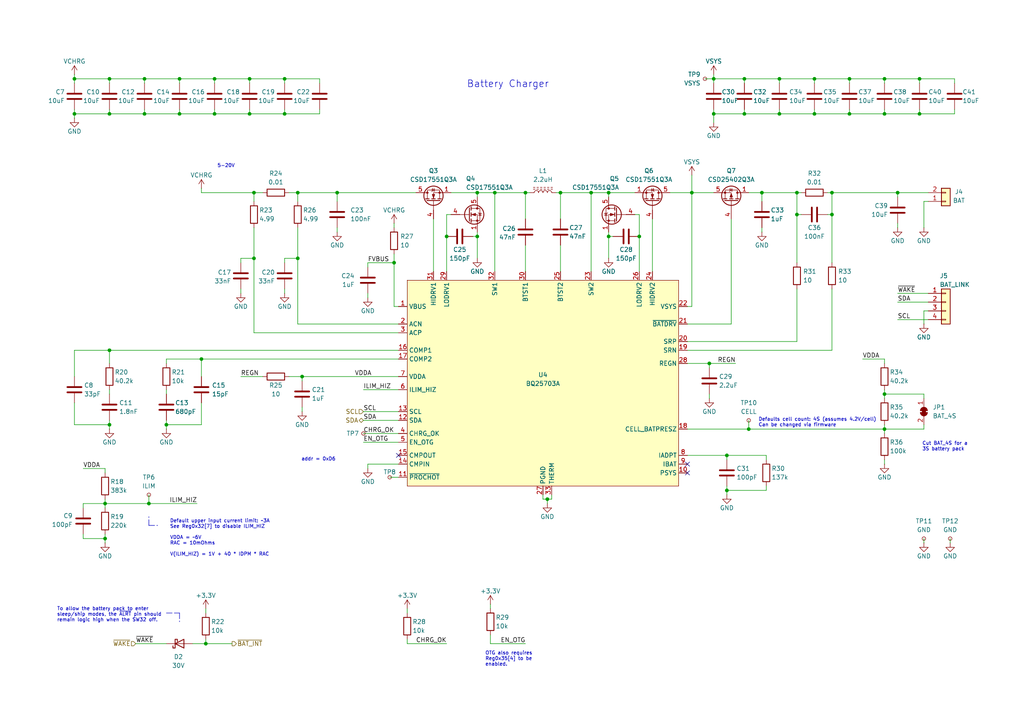
<source format=kicad_sch>
(kicad_sch (version 20231120) (generator "eeschema") (generator_version "8.0")
  (paper "A4")
  (title_block (title "SW32 - Main Board") (date "2024-05-22") (rev "1") (company "saawsm") (comment 2 "BAT_LINK connector for smart BMS") (comment 3 "Configurable via firmware.") (comment 4 "A Li-Ion, Li-Poly, or lead acid battery charger."))
  (junction (at 207.01 22.86))
  (junction (at 82.55 33.02))
  (junction (at 62.23 33.02))
  (junction (at 30.48 156.21))
  (junction (at 217.17 124.46))
  (junction (at 260.35 55.88))
  (junction (at 152.4 55.88))
  (junction (at 226.06 22.86))
  (junction (at 236.22 22.86))
  (junction (at 138.43 68.58))
  (junction (at 129.54 68.58))
  (junction (at 31.75 101.6))
  (junction (at 21.59 22.86))
  (junction (at 231.14 55.88))
  (junction (at 176.53 55.88))
  (junction (at 86.36 74.93))
  (junction (at 256.54 124.46))
  (junction (at 226.06 33.02))
  (junction (at 82.55 22.86))
  (junction (at 266.7 33.02))
  (junction (at 41.91 33.02))
  (junction (at 52.07 33.02))
  (junction (at 59.69 186.69))
  (junction (at 143.51 55.88))
  (junction (at 205.74 105.41))
  (junction (at 241.3 55.88))
  (junction (at 241.3 62.23))
  (junction (at 58.42 104.14))
  (junction (at 256.54 22.86))
  (junction (at 176.53 68.58))
  (junction (at 87.63 109.22))
  (junction (at 200.66 55.88))
  (junction (at 231.14 62.23))
  (junction (at 215.9 33.02))
  (junction (at 215.9 22.86))
  (junction (at 73.66 55.88))
  (junction (at 185.42 68.58))
  (junction (at 30.48 146.05))
  (junction (at 266.7 22.86))
  (junction (at 158.75 144.78))
  (junction (at 43.18 146.05))
  (junction (at 86.36 55.88))
  (junction (at 138.43 55.88))
  (junction (at 31.75 22.86))
  (junction (at 48.26 123.19))
  (junction (at 31.75 123.19))
  (junction (at 246.38 22.86))
  (junction (at 21.59 33.02))
  (junction (at 62.23 22.86))
  (junction (at 210.82 142.24))
  (junction (at 171.45 55.88))
  (junction (at 256.54 33.02))
  (junction (at 97.79 55.88))
  (junction (at 73.66 74.93))
  (junction (at 210.82 132.08))
  (junction (at 246.38 33.02))
  (junction (at 236.22 33.02))
  (junction (at 31.75 33.02))
  (junction (at 207.01 33.02))
  (junction (at 256.54 114.3))
  (junction (at 72.39 22.86))
  (junction (at 220.98 55.88))
  (junction (at 162.56 55.88))
  (junction (at 72.39 33.02))
  (junction (at 114.3 76.2))
  (junction (at 52.07 22.86))
  (junction (at 41.91 22.86))
  (no_connect (at 199.39 137.16))
  (no_connect (at 115.57 132.08))
  (no_connect (at 199.39 134.62))
  (wire (pts (xy 210.82 133.35) (xy 210.82 132.08)))
  (wire (pts (xy 267.97 115.57) (xy 267.97 114.3)))
  (wire (pts (xy 210.82 142.24) (xy 210.82 140.97)))
  (wire (pts (xy 21.59 33.02) (xy 21.59 34.29)))
  (wire (pts (xy 41.91 31.75) (xy 41.91 33.02)))
  (wire (pts (xy 245.11 218.44) (xy 245.11 219.71)))
  (wire (pts (xy 118.11 177.8) (xy 118.11 176.53)))
  (wire (pts (xy 212.09 63.5) (xy 212.09 93.98)))
  (wire (pts (xy 92.71 22.86) (xy 92.71 24.13)))
  (wire (pts (xy 199.39 101.6) (xy 241.3 101.6)))
  (wire (pts (xy 82.55 33.02) (xy 72.39 33.02)))
  (wire (pts (xy 97.79 67.31) (xy 97.79 66.04)))
  (wire (pts (xy 158.75 144.78) (xy 157.48 144.78)))
  (wire (pts (xy 267.97 66.04) (xy 267.97 58.42)))
  (wire (pts (xy 138.43 55.88) (xy 143.51 55.88)))
  (wire (pts (xy 204.47 22.86) (xy 207.01 22.86)))
  (wire (pts (xy 220.98 55.88) (xy 231.14 55.88)))
  (wire (pts (xy 217.17 124.46) (xy 256.54 124.46)))
  (polyline (pts (xy 43.18 152.4) (xy 45.72 152.4)) (stroke (width 0) (type dash)))
  (wire (pts (xy 31.75 101.6) (xy 21.59 101.6)))
  (wire (pts (xy 97.79 55.88) (xy 120.65 55.88)))
  (wire (pts (xy 250.19 104.14) (xy 256.54 104.14)))
  (wire (pts (xy 152.4 71.12) (xy 152.4 78.74)))
  (wire (pts (xy 256.54 219.71) (xy 245.11 219.71)))
  (wire (pts (xy 82.55 76.2) (xy 82.55 74.93)))
  (wire (pts (xy 62.23 22.86) (xy 62.23 24.13)))
  (wire (pts (xy 55.88 186.69) (xy 59.69 186.69)))
  (wire (pts (xy 160.02 144.78) (xy 158.75 144.78)))
  (wire (pts (xy 215.9 22.86) (xy 226.06 22.86)))
  (wire (pts (xy 185.42 68.58) (xy 185.42 62.23)))
  (wire (pts (xy 142.24 176.53) (xy 142.24 175.26)))
  (wire (pts (xy 267.97 90.17) (xy 269.24 90.17)))
  (wire (pts (xy 276.86 31.75) (xy 276.86 33.02)))
  (wire (pts (xy 177.8 68.58) (xy 176.53 68.58)))
  (wire (pts (xy 142.24 186.69) (xy 152.4 186.69)))
  (wire (pts (xy 236.22 24.13) (xy 236.22 22.86)))
  (wire (pts (xy 260.35 92.71) (xy 269.24 92.71)))
  (wire (pts (xy 115.57 96.52) (xy 73.66 96.52)))
  (wire (pts (xy 72.39 22.86) (xy 72.39 24.13)))
  (wire (pts (xy 52.07 22.86) (xy 62.23 22.86)))
  (wire (pts (xy 21.59 22.86) (xy 31.75 22.86)))
  (wire (pts (xy 97.79 55.88) (xy 97.79 58.42)))
  (wire (pts (xy 210.82 143.51) (xy 210.82 142.24)))
  (wire (pts (xy 115.57 125.73) (xy 105.41 125.73)))
  (wire (pts (xy 62.23 22.86) (xy 72.39 22.86)))
  (wire (pts (xy 115.57 93.98) (xy 86.36 93.98)))
  (wire (pts (xy 59.69 176.53) (xy 59.69 177.8)))
  (wire (pts (xy 185.42 78.74) (xy 185.42 68.58)))
  (wire (pts (xy 48.26 105.41) (xy 48.26 104.14)))
  (wire (pts (xy 176.53 67.31) (xy 176.53 68.58)))
  (wire (pts (xy 114.3 76.2) (xy 114.3 88.9)))
  (wire (pts (xy 92.71 31.75) (xy 92.71 33.02)))
  (wire (pts (xy 129.54 62.23) (xy 129.54 68.58)))
  (wire (pts (xy 194.31 55.88) (xy 200.66 55.88)))
  (wire (pts (xy 160.02 143.51) (xy 160.02 144.78)))
  (wire (pts (xy 41.91 22.86) (xy 41.91 24.13)))
  (wire (pts (xy 256.54 124.46) (xy 267.97 124.46)))
  (wire (pts (xy 267.97 58.42) (xy 269.24 58.42)))
  (wire (pts (xy 21.59 33.02) (xy 31.75 33.02)))
  (wire (pts (xy 246.38 33.02) (xy 256.54 33.02)))
  (wire (pts (xy 256.54 114.3) (xy 267.97 114.3)))
  (wire (pts (xy 31.75 101.6) (xy 115.57 101.6)))
  (polyline (pts (xy 52.07 177.8) (xy 52.07 180.34)) (stroke (width 0) (type dash)))
  (wire (pts (xy 152.4 55.88) (xy 153.67 55.88)))
  (wire (pts (xy 86.36 74.93) (xy 86.36 93.98)))
  (wire (pts (xy 267.97 123.19) (xy 267.97 124.46)))
  (wire (pts (xy 207.01 31.75) (xy 207.01 33.02)))
  (wire (pts (xy 226.06 24.13) (xy 226.06 22.86)))
  (wire (pts (xy 31.75 123.19) (xy 21.59 123.19)))
  (wire (pts (xy 217.17 55.88) (xy 220.98 55.88)))
  (wire (pts (xy 222.25 142.24) (xy 210.82 142.24)))
  (wire (pts (xy 231.14 55.88) (xy 232.41 55.88)))
  (wire (pts (xy 240.03 55.88) (xy 241.3 55.88)))
  (wire (pts (xy 162.56 71.12) (xy 162.56 78.74)))
  (wire (pts (xy 157.48 144.78) (xy 157.48 143.51)))
  (wire (pts (xy 215.9 33.02) (xy 226.06 33.02)))
  (wire (pts (xy 82.55 83.82) (xy 82.55 85.09)))
  (wire (pts (xy 129.54 68.58) (xy 129.54 78.74)))
  (wire (pts (xy 58.42 54.61) (xy 58.42 55.88)))
  (wire (pts (xy 87.63 109.22) (xy 115.57 109.22)))
  (wire (pts (xy 266.7 33.02) (xy 276.86 33.02)))
  (wire (pts (xy 210.82 132.08) (xy 222.25 132.08)))
  (wire (pts (xy 82.55 74.93) (xy 86.36 74.93)))
  (wire (pts (xy 31.75 22.86) (xy 31.75 24.13)))
  (wire (pts (xy 48.26 123.19) (xy 58.42 123.19)))
  (wire (pts (xy 39.37 186.69) (xy 48.26 186.69)))
  (wire (pts (xy 69.85 83.82) (xy 69.85 85.09)))
  (wire (pts (xy 30.48 147.32) (xy 30.48 146.05)))
  (wire (pts (xy 62.23 31.75) (xy 62.23 33.02)))
  (wire (pts (xy 58.42 55.88) (xy 73.66 55.88)))
  (wire (pts (xy 231.14 99.06) (xy 199.39 99.06)))
  (wire (pts (xy 30.48 156.21) (xy 30.48 154.94)))
  (wire (pts (xy 114.3 64.77) (xy 114.3 66.04)))
  (wire (pts (xy 200.66 50.8) (xy 200.66 55.88)))
  (wire (pts (xy 241.3 62.23) (xy 241.3 76.2)))
  (wire (pts (xy 226.06 31.75) (xy 226.06 33.02)))
  (wire (pts (xy 226.06 22.86) (xy 236.22 22.86)))
  (wire (pts (xy 105.41 113.03) (xy 115.57 113.03)))
  (wire (pts (xy 48.26 123.19) (xy 48.26 121.92)))
  (wire (pts (xy 31.75 123.19) (xy 31.75 121.92)))
  (wire (pts (xy 246.38 22.86) (xy 256.54 22.86)))
  (wire (pts (xy 48.26 124.46) (xy 48.26 123.19)))
  (wire (pts (xy 137.16 68.58) (xy 138.43 68.58)))
  (wire (pts (xy 24.13 147.32) (xy 24.13 146.05)))
  (wire (pts (xy 82.55 31.75) (xy 82.55 33.02)))
  (wire (pts (xy 31.75 124.46) (xy 31.75 123.19)))
  (wire (pts (xy 72.39 33.02) (xy 62.23 33.02)))
  (wire (pts (xy 21.59 101.6) (xy 21.59 109.22)))
  (wire (pts (xy 256.54 33.02) (xy 266.7 33.02)))
  (wire (pts (xy 106.68 134.62) (xy 106.68 135.89)))
  (wire (pts (xy 138.43 67.31) (xy 138.43 68.58)))
  (wire (pts (xy 256.54 104.14) (xy 256.54 105.41)))
  (wire (pts (xy 220.98 67.31) (xy 220.98 66.04)))
  (wire (pts (xy 205.74 105.41) (xy 213.36 105.41)))
  (wire (pts (xy 143.51 55.88) (xy 152.4 55.88)))
  (wire (pts (xy 21.59 22.86) (xy 21.59 24.13)))
  (wire (pts (xy 199.39 132.08) (xy 210.82 132.08)))
  (wire (pts (xy 48.26 113.03) (xy 48.26 114.3)))
  (wire (pts (xy 260.35 55.88) (xy 260.35 57.15)))
  (wire (pts (xy 86.36 55.88) (xy 86.36 58.42)))
  (wire (pts (xy 24.13 154.94) (xy 24.13 156.21)))
  (wire (pts (xy 276.86 22.86) (xy 276.86 24.13)))
  (wire (pts (xy 236.22 33.02) (xy 246.38 33.02)))
  (wire (pts (xy 231.14 55.88) (xy 231.14 62.23)))
  (wire (pts (xy 200.66 55.88) (xy 207.01 55.88)))
  (wire (pts (xy 73.66 66.04) (xy 73.66 74.93)))
  (wire (pts (xy 189.23 63.5) (xy 189.23 78.74)))
  (wire (pts (xy 185.42 62.23) (xy 184.15 62.23)))
  (wire (pts (xy 217.17 121.92) (xy 217.17 124.46)))
  (wire (pts (xy 176.53 57.15) (xy 176.53 55.88)))
  (wire (pts (xy 260.35 64.77) (xy 260.35 66.04)))
  (wire (pts (xy 256.54 114.3) (xy 256.54 115.57)))
  (wire (pts (xy 138.43 68.58) (xy 138.43 74.93)))
  (wire (pts (xy 176.53 55.88) (xy 184.15 55.88)))
  (wire (pts (xy 256.54 22.86) (xy 266.7 22.86)))
  (wire (pts (xy 256.54 134.62) (xy 256.54 133.35)))
  (wire (pts (xy 86.36 55.88) (xy 97.79 55.88)))
  (wire (pts (xy 30.48 146.05) (xy 43.18 146.05)))
  (wire (pts (xy 31.75 31.75) (xy 31.75 33.02)))
  (wire (pts (xy 231.14 62.23) (xy 231.14 76.2)))
  (wire (pts (xy 200.66 55.88) (xy 200.66 88.9)))
  (wire (pts (xy 256.54 123.19) (xy 256.54 124.46)))
  (wire (pts (xy 52.07 33.02) (xy 62.23 33.02)))
  (wire (pts (xy 226.06 33.02) (xy 236.22 33.02)))
  (wire (pts (xy 256.54 113.03) (xy 256.54 114.3)))
  (wire (pts (xy 142.24 184.15) (xy 142.24 186.69)))
  (wire (pts (xy 266.7 22.86) (xy 276.86 22.86)))
  (wire (pts (xy 220.98 55.88) (xy 220.98 58.42)))
  (wire (pts (xy 52.07 33.02) (xy 41.91 33.02)))
  (wire (pts (xy 267.97 93.98) (xy 267.97 90.17)))
  (wire (pts (xy 83.82 55.88) (xy 86.36 55.88)))
  (wire (pts (xy 152.4 55.88) (xy 152.4 63.5)))
  (wire (pts (xy 171.45 55.88) (xy 171.45 78.74)))
  (wire (pts (xy 143.51 78.74) (xy 143.51 55.88)))
  (wire (pts (xy 161.29 55.88) (xy 162.56 55.88)))
  (wire (pts (xy 212.09 93.98) (xy 199.39 93.98)))
  (wire (pts (xy 41.91 22.86) (xy 52.07 22.86)))
  (wire (pts (xy 222.25 140.97) (xy 222.25 142.24)))
  (wire (pts (xy 21.59 123.19) (xy 21.59 116.84)))
  (wire (pts (xy 158.75 144.78) (xy 158.75 146.05)))
  (wire (pts (xy 48.26 104.14) (xy 58.42 104.14)))
  (wire (pts (xy 256.54 31.75) (xy 256.54 33.02)))
  (wire (pts (xy 59.69 185.42) (xy 59.69 186.69)))
  (wire (pts (xy 236.22 22.86) (xy 246.38 22.86)))
  (wire (pts (xy 92.71 33.02) (xy 82.55 33.02)))
  (wire (pts (xy 106.68 134.62) (xy 115.57 134.62)))
  (wire (pts (xy 266.7 31.75) (xy 266.7 33.02)))
  (wire (pts (xy 30.48 146.05) (xy 30.48 144.78)))
  (wire (pts (xy 43.18 146.05) (xy 57.15 146.05)))
  (wire (pts (xy 43.18 143.51) (xy 43.18 146.05)))
  (wire (pts (xy 231.14 62.23) (xy 232.41 62.23)))
  (wire (pts (xy 199.39 88.9) (xy 200.66 88.9)))
  (wire (pts (xy 260.35 85.09) (xy 269.24 85.09)))
  (wire (pts (xy 83.82 109.22) (xy 87.63 109.22)))
  (wire (pts (xy 105.41 119.38) (xy 115.57 119.38)))
  (wire (pts (xy 205.74 106.68) (xy 205.74 105.41)))
  (wire (pts (xy 31.75 113.03) (xy 31.75 114.3)))
  (wire (pts (xy 207.01 33.02) (xy 215.9 33.02)))
  (wire (pts (xy 266.7 22.86) (xy 266.7 24.13)))
  (wire (pts (xy 82.55 22.86) (xy 92.71 22.86)))
  (wire (pts (xy 82.55 22.86) (xy 82.55 24.13)))
  (wire (pts (xy 58.42 104.14) (xy 115.57 104.14)))
  (wire (pts (xy 256.54 218.44) (xy 256.54 219.71)))
  (wire (pts (xy 275.59 157.48) (xy 275.59 156.21)))
  (wire (pts (xy 215.9 24.13) (xy 215.9 22.86)))
  (wire (pts (xy 114.3 88.9) (xy 115.57 88.9)))
  (wire (pts (xy 171.45 55.88) (xy 176.53 55.88)))
  (wire (pts (xy 86.36 74.93) (xy 86.36 66.04)))
  (wire (pts (xy 162.56 55.88) (xy 162.56 63.5)))
  (wire (pts (xy 69.85 74.93) (xy 73.66 74.93)))
  (wire (pts (xy 260.35 87.63) (xy 269.24 87.63)))
  (wire (pts (xy 241.3 101.6) (xy 241.3 83.82)))
  (wire (pts (xy 246.38 24.13) (xy 246.38 22.86)))
  (wire (pts (xy 118.11 186.69) (xy 129.54 186.69)))
  (polyline (pts (xy 43.18 152.4) (xy 43.18 149.86)) (stroke (width 0) (type dash)))
  (wire (pts (xy 176.53 68.58) (xy 176.53 74.93)))
  (wire (pts (xy 87.63 110.49) (xy 87.63 109.22)))
  (wire (pts (xy 276.86 218.44) (xy 276.86 219.71)))
  (wire (pts (xy 24.13 146.05) (xy 30.48 146.05)))
  (wire (pts (xy 72.39 22.86) (xy 82.55 22.86)))
  (wire (pts (xy 106.68 76.2) (xy 114.3 76.2)))
  (wire (pts (xy 236.22 31.75) (xy 236.22 33.02)))
  (wire (pts (xy 246.38 31.75) (xy 246.38 33.02)))
  (wire (pts (xy 21.59 21.59) (xy 21.59 22.86)))
  (wire (pts (xy 21.59 31.75) (xy 21.59 33.02)))
  (wire (pts (xy 105.41 128.27) (xy 115.57 128.27)))
  (wire (pts (xy 267.97 157.48) (xy 267.97 156.21)))
  (wire (pts (xy 199.39 105.41) (xy 205.74 105.41)))
  (wire (pts (xy 125.73 63.5) (xy 125.73 78.74)))
  (wire (pts (xy 73.66 55.88) (xy 76.2 55.88)))
  (wire (pts (xy 162.56 55.88) (xy 171.45 55.88)))
  (wire (pts (xy 31.75 105.41) (xy 31.75 101.6)))
  (wire (pts (xy 58.42 123.19) (xy 58.42 116.84)))
  (wire (pts (xy 207.01 33.02) (xy 207.01 35.56)))
  (wire (pts (xy 24.13 156.21) (xy 30.48 156.21)))
  (wire (pts (xy 73.66 74.93) (xy 73.66 96.52)))
  (wire (pts (xy 222.25 132.08) (xy 222.25 133.35)))
  (wire (pts (xy 256.54 22.86) (xy 256.54 24.13)))
  (wire (pts (xy 207.01 22.86) (xy 207.01 24.13)))
  (wire (pts (xy 130.81 62.23) (xy 129.54 62.23)))
  (wire (pts (xy 73.66 55.88) (xy 73.66 58.42)))
  (wire (pts (xy 241.3 62.23) (xy 241.3 55.88)))
  (wire (pts (xy 52.07 31.75) (xy 52.07 33.02)))
  (wire (pts (xy 105.41 121.92) (xy 115.57 121.92)))
  (wire (pts (xy 30.48 135.89) (xy 30.48 137.16)))
  (wire (pts (xy 276.86 219.71) (xy 267.97 219.71)))
  (wire (pts (xy 215.9 33.02) (xy 215.9 31.75)))
  (wire (pts (xy 58.42 104.14) (xy 58.42 109.22)))
  (wire (pts (xy 207.01 21.59) (xy 207.01 22.86)))
  (wire (pts (xy 69.85 76.2) (xy 69.85 74.93)))
  (wire (pts (xy 41.91 33.02) (xy 31.75 33.02)))
  (wire (pts (xy 138.43 55.88) (xy 138.43 57.15)))
  (wire (pts (xy 24.13 135.89) (xy 30.48 135.89)))
  (wire (pts (xy 69.85 109.22) (xy 76.2 109.22)))
  (wire (pts (xy 231.14 83.82) (xy 231.14 99.06)))
  (wire (pts (xy 52.07 22.86) (xy 52.07 24.13)))
  (wire (pts (xy 260.35 55.88) (xy 269.24 55.88)))
  (wire (pts (xy 205.74 115.57) (xy 205.74 114.3)))
  (wire (pts (xy 106.68 85.09) (xy 106.68 86.36)))
  (wire (pts (xy 130.81 55.88) (xy 138.43 55.88)))
  (polyline (pts (xy 48.26 177.8) (xy 52.07 177.8)) (stroke (width 0) (type dash)))
  (wire (pts (xy 256.54 124.46) (xy 256.54 125.73)))
  (wire (pts (xy 87.63 119.38) (xy 87.63 118.11)))
  (wire (pts (xy 113.03 138.43) (xy 115.57 138.43)))
  (wire (pts (xy 199.39 124.46) (xy 217.17 124.46)))
  (wire (pts (xy 30.48 157.48) (xy 30.48 156.21)))
  (wire (pts (xy 118.11 185.42) (xy 118.11 186.69)))
  (wire (pts (xy 31.75 22.86) (xy 41.91 22.86)))
  (wire (pts (xy 59.69 186.69) (xy 67.31 186.69)))
  (wire (pts (xy 240.03 62.23) (xy 241.3 62.23)))
  (wire (pts (xy 241.3 55.88) (xy 260.35 55.88)))
  (wire (pts (xy 114.3 73.66) (xy 114.3 76.2)))
  (wire (pts (xy 207.01 22.86) (xy 215.9 22.86)))
  (wire (pts (xy 72.39 31.75) (xy 72.39 33.02)))
  (wire (pts (xy 106.68 76.2) (xy 106.68 77.47)))
  (text "To allow the battery pack to enter \nsleep/ship modes, the ~{ALRT} pin should \nremain logic high when the SW32 off.\n" (at 16.51 178.308 0) (effects (font (size 1 1)) (justify left)))
  (text "addr = 0xD6" (at 87.376 133.858 0) (effects (font (size 1 1)) (justify left bottom)))
  (text "Defaults cell count: 4S (assumes 4.2V/cell)\nCan be changed via firmware" (at 219.964 123.952 0) (effects (font (size 1 1)) (justify left bottom)))
  (text "Cut BAT_4S for a\n3S battery pack" (at 267.462 129.54 0) (effects (font (size 1 1)) (justify left)))
  (text "Default upper input current limit: ~3A\nSee Reg0x32[7] to disable ILIM_HIZ\n\nVDDA = ~6V\nRAC = 10mOhms\n\nV(ILIM_HIZ) = 1V + 40 * IDPM * RAC\n\n" (at 49.276 163.068 0) (effects (font (size 1 1)) (justify left bottom)))
  (text "5-20V\n" (at 62.992 48.768 0) (effects (font (size 1 1)) (justify left bottom)))
  (text "OTG also requires \nReg0x35[4] to be \nenabled." (at 140.716 188.976 0) (effects (font (size 1 1)) (justify left top)))
  (text "Battery Charger" (at 147.32 25.654 0) (effects (font (size 2 2)) (justify bottom)))
  (label "CHRG_OK" (at 105.41 125.73 0))
  (label "EN_OTG" (at 105.41 128.27 0))
  (label "REGN" (at 213.36 105.41 180))
  (label "ILIM_HIZ" (at 57.15 146.05 180))
  (label "FVBUS" (at 267.97 219.71 0))
  (label "ILIM_HIZ" (at 105.41 113.03 0))
  (label "SDA" (at 105.41 121.92 0))
  (label "FVBUS" (at 106.68 76.2 0))
  (label "SCL" (at 260.35 92.71 0))
  (label "~{WAKE}" (at 39.37 186.69 0))
  (label "EN_OTG" (at 152.4 186.69 180))
  (label "REGN" (at 69.85 109.22 0))
  (label "VDDA" (at 250.19 104.14 0))
  (label "VDDA" (at 102.87 109.22 0))
  (label "VDDA" (at 24.13 135.89 0))
  (label "~{WAKE}" (at 260.35 85.09 0))
  (label "CHRG_OK" (at 129.54 186.69 180))
  (label "SDA" (at 260.35 87.63 0))
  (label "SCL" (at 105.41 119.38 0))
  (hierarchical_label "~{WAKE}" (shape input) (at 39.37 186.69 180))
  (hierarchical_label "~{BAT_INT}" (shape output) (at 67.31 186.69 0))
  (hierarchical_label "SDA" (shape bidirectional) (at 105.41 121.92 180))
  (hierarchical_label "SCL" (shape input) (at 105.41 119.38 180))
  (symbol (lib_id "power:GND") (at 267.97 66.04 0) (unit 1)
    (property "Reference" "#PWR062" (effects (hide yes)))
    (property "Value" "GND" (at 267.97 69.85 0))
    (property "Description" "Power symbol creates a global label with name \"GND\" , ground" (effects (hide yes)))
  )
  (symbol (lib_id "Device:C") (at 210.82 137.16 0) (unit 1)
    (property "Reference" "C31" (at 213.614 135.89 0) (effects (justify left)))
    (property "Value" "100pF" (at 213.614 138.43 0) (effects (justify left)))
    (property "Footprint" "Capacitor_SMD:C_0603_1608Metric" (effects (hide yes)))
    (property "Description" "Unpolarized capacitor" (effects (hide yes)))
    (property "MPN" "CL10C101JB8NNNC" (effects (hide yes)))
    (property "LCSC" "C14858" (effects (hide yes)))
    (property "MOUSER" "187-CL10C101JB8NNNC" (effects (hide yes)))
  )
  (symbol (lib_id "power:GND") (at 31.75 124.46 0) (unit 1)
    (property "Reference" "#PWR037" (effects (hide yes)))
    (property "Value" "GND" (at 31.75 128.27 0))
    (property "Description" "Power symbol creates a global label with name \"GND\" , ground" (effects (hide yes)))
  )
  (symbol (lib_id "Connector:TestPoint_Small") (at 113.03 138.43 0) (mirror y) (unit 1) (in_bom no)
    (property "Reference" "TP8" (at 113.03 136.906 0))
    (property "Value" "~{PROCHOT}" (effects (hide yes)))
    (property "Footprint" "TestPoint:TestPoint_Pad_D1.0mm" (effects (hide yes)))
    (property "Description" "test point" (effects (hide yes)))
  )
  (symbol (lib_id "Device:C") (at 215.9 27.94 0) (unit 1)
    (property "Reference" "C32" (at 218.44 26.67 0) (effects (justify left)))
    (property "Value" "10uF" (at 218.44 29.21 0) (effects (justify left)))
    (property "Footprint" "Capacitor_SMD:C_0805_2012Metric" (effects (hide yes)))
    (property "Description" "Unpolarized capacitor" (effects (hide yes)))
    (property "MPN" "CL21A106KBYQNNE" (effects (hide yes)))
    (property "LCSC" "C2932476" (effects (hide yes)))
    (property "MOUSER" "187-CL21A106KBYQNNE" (effects (hide yes)))
  )
  (symbol (lib_id "Device:C") (at 246.38 27.94 0) (unit 1)
    (property "Reference" "C37" (at 248.92 26.67 0) (effects (justify left)))
    (property "Value" "10uF" (at 248.92 29.21 0) (effects (justify left)))
    (property "Footprint" "Capacitor_SMD:C_0805_2012Metric" (effects (hide yes)))
    (property "Description" "Unpolarized capacitor" (effects (hide yes)))
    (property "MPN" "CL21A106KBYQNNE" (effects (hide yes)))
    (property "LCSC" "C2932476" (effects (hide yes)))
    (property "MOUSER" "187-CL21A106KBYQNNE" (effects (hide yes)))
  )
  (symbol (lib_id "Device:R") (at 31.75 109.22 180) (unit 1)
    (property "Reference" "R20" (at 33.274 107.95 0) (effects (justify right)))
    (property "Value" "40.2k" (at 33.274 110.49 0) (effects (justify right)))
    (property "Footprint" "Resistor_SMD:R_0603_1608Metric" (effects (hide yes)))
    (property "Datasheet" "https://www.yageo.com/upload/media/product/products/datasheet/rchip/PYu-RC_Group_51_RoHS_L_12.pdf" (effects (hide yes)))
    (property "Description" "Resistor" (effects (hide yes)))
    (property "MPN" "RC0603FR-0740K2L" (effects (hide yes)))
    (property "LCSC" "C137723" (effects (hide yes)))
    (property "MOUSER" "603-RC0603FR-0740K2L" (effects (hide yes)))
  )
  (symbol (lib_id "SaawLib:BQ25703A") (at 157.48 102.87 0) (unit 1)
    (property "Reference" "U4" (at 157.48 108.712 0))
    (property "Value" "BQ25703A" (at 157.48 111.252 0))
    (property "Footprint" "Package_DFN_QFN:Texas_S-PWQFN-N32_EP2.8x2.8mm_ThermalVias" (effects (hide yes)))
    (property "Datasheet" "https://www.ti.com/lit/ds/symlink/bq25703a.pdf" (effects (hide yes)))
    (property "Description" "BQ25703A I2C Multi-Chemistry Battery Buck-Boost Charge Controller With Sys Monitor" (effects (hide yes)))
    (property "MPN" "BQ25703ARSNR" (effects (hide yes)))
    (property "LCSC" "C188229" (effects (hide yes)))
    (property "MOUSER" "595-BQ25703ARSNR" (effects (hide yes)))
  )
  (symbol (lib_id "power:GND") (at 48.26 124.46 0) (unit 1)
    (property "Reference" "#PWR038" (effects (hide yes)))
    (property "Value" "GND" (at 48.26 128.27 0))
    (property "Description" "Power symbol creates a global label with name \"GND\" , ground" (effects (hide yes)))
  )
  (symbol (lib_id "Device:C") (at 276.86 27.94 0) (unit 1)
    (property "Reference" "C41" (at 279.146 26.67 0) (effects (justify left)))
    (property "Value" "10uF" (at 279.146 29.21 0) (effects (justify left)))
    (property "Footprint" "Capacitor_SMD:C_0805_2012Metric" (effects (hide yes)))
    (property "Description" "Unpolarized capacitor" (effects (hide yes)))
    (property "MPN" "CL21A106KBYQNNE" (effects (hide yes)))
    (property "LCSC" "C2932476" (effects (hide yes)))
    (property "MOUSER" "187-CL21A106KBYQNNE" (effects (hide yes)))
  )
  (symbol (lib_id "power:GND") (at 205.74 115.57 0) (unit 1)
    (property "Reference" "#PWR054" (effects (hide yes)))
    (property "Value" "GND" (at 205.74 119.38 0))
    (property "Description" "Power symbol creates a global label with name \"GND\" , ground" (effects (hide yes)))
  )
  (symbol (lib_id "Device:C") (at 24.13 151.13 0) (unit 1)
    (property "Reference" "C9" (at 21.082 149.606 0) (effects (justify right)))
    (property "Value" "100pF" (at 21.082 152.146 0) (effects (justify right)))
    (property "Footprint" "Capacitor_SMD:C_0603_1608Metric" (effects (hide yes)))
    (property "Description" "Unpolarized capacitor" (effects (hide yes)))
    (property "MPN" "CL10C101JB8NNNC" (effects (hide yes)))
    (property "LCSC" "C14858" (effects (hide yes)))
    (property "MOUSER" "187-CL10C101JB8NNNC" (effects (hide yes)))
  )
  (symbol (lib_id "Connector:TestPoint_Small") (at 105.41 125.73 0) (mirror y) (unit 1) (in_bom no)
    (property "Reference" "TP7" (at 104.14 125.7299 0) (effects (justify left)))
    (property "Value" "CHRG_OK" (effects (hide yes)))
    (property "Footprint" "TestPoint:TestPoint_Pad_D1.0mm" (effects (hide yes)))
    (property "Description" "test point" (effects (hide yes)))
  )
  (symbol (lib_id "Device:C") (at 87.63 114.3 0) (unit 1)
    (property "Reference" "C21" (at 90.424 113.03 0) (effects (justify left)))
    (property "Value" "1uF" (at 90.424 115.57 0) (effects (justify left)))
    (property "Footprint" "Capacitor_SMD:C_0603_1608Metric" (effects (hide yes)))
    (property "Description" "Unpolarized capacitor" (effects (hide yes)))
    (property "MPN" "CL10B105KB8NQNC" (effects (hide yes)))
    (property "LCSC" "C5199872" (effects (hide yes)))
    (property "MOUSER" "187-CL10B105KB8NQNC" (effects (hide yes)))
  )
  (symbol (lib_id "Device:R") (at 142.24 180.34 180) (unit 1)
    (property "Reference" "R29" (at 143.764 179.07 0) (effects (justify right)))
    (property "Value" "10k" (at 143.764 181.61 0) (effects (justify right)))
    (property "Footprint" "Resistor_SMD:R_0603_1608Metric" (effects (hide yes)))
    (property "Datasheet" "https://www.yageo.com/upload/media/product/products/datasheet/rchip/PYu-RC_Group_51_RoHS_L_12.pdf" (effects (hide yes)))
    (property "Description" "Resistor" (effects (hide yes)))
    (property "MPN" "RC0603FR-0710KL" (effects (hide yes)))
    (property "LCSC" "C25804" (effects (hide yes)))
    (property "MOUSER" "603-RC0603FR-0710KL" (effects (hide yes)))
  )
  (symbol (lib_id "Device:C") (at 152.4 67.31 180) (unit 1)
    (property "Reference" "C26" (at 149.606 66.294 0) (effects (justify left)))
    (property "Value" "47nF" (at 149.606 68.834 0) (effects (justify left)))
    (property "Footprint" "Capacitor_SMD:C_0603_1608Metric" (effects (hide yes)))
    (property "Description" "Unpolarized capacitor" (effects (hide yes)))
    (property "MPN" "CL10B473KB8NNNC" (effects (hide yes)))
    (property "LCSC" "C1622" (effects (hide yes)))
    (property "MOUSER" "187-CL10B473KB8NNNC" (effects (hide yes)))
  )
  (symbol (lib_id "power:+3.3V") (at 207.01 21.59 0) (unit 1)
    (property "Reference" "#PWR055" (effects (hide yes)))
    (property "Value" "VSYS" (at 207.01 17.78 0))
    (property "Description" "Power symbol creates a global label with name \"VIN\"" (effects (hide yes)))
  )
  (symbol (lib_id "Device:C") (at 256.54 27.94 0) (unit 1)
    (property "Reference" "C38" (at 259.08 26.67 0) (effects (justify left)))
    (property "Value" "10uF" (at 259.08 29.21 0) (effects (justify left)))
    (property "Footprint" "Capacitor_SMD:C_0805_2012Metric" (effects (hide yes)))
    (property "Description" "Unpolarized capacitor" (effects (hide yes)))
    (property "MPN" "CL21A106KBYQNNE" (effects (hide yes)))
    (property "LCSC" "C2932476" (effects (hide yes)))
    (property "MOUSER" "187-CL21A106KBYQNNE" (effects (hide yes)))
  )
  (symbol (lib_id "power:GND") (at 207.01 35.56 0) (unit 1)
    (property "Reference" "#PWR056" (effects (hide yes)))
    (property "Value" "GND" (at 207.01 39.37 0))
    (property "Description" "Power symbol creates a global label with name \"GND\" , ground" (effects (hide yes)))
  )
  (symbol (lib_id "Device:R") (at 30.48 140.97 180) (unit 1)
    (property "Reference" "R18" (at 32.004 139.7 0) (effects (justify right)))
    (property "Value" "383k" (at 32.004 142.24 0) (effects (justify right)))
    (property "Footprint" "Resistor_SMD:R_0603_1608Metric" (effects (hide yes)))
    (property "Datasheet" "https://www.yageo.com/upload/media/product/products/datasheet/rchip/PYu-RC_Group_51_RoHS_L_12.pdf" (effects (hide yes)))
    (property "Description" "Resistor" (effects (hide yes)))
    (property "MPN" "RC0603FR-07383KL" (effects (hide yes)))
    (property "LCSC" "C25816" (effects (hide yes)))
    (property "MOUSER" "603-RC0603FR-07383KL" (effects (hide yes)))
  )
  (symbol (lib_id "Device:C") (at 260.35 60.96 0) (unit 1)
    (property "Reference" "C39" (at 257.556 59.69 0) (effects (justify right)))
    (property "Value" "10uF" (at 257.556 62.23 0) (effects (justify right)))
    (property "Footprint" "Capacitor_SMD:C_0805_2012Metric" (effects (hide yes)))
    (property "Description" "Unpolarized capacitor" (effects (hide yes)))
    (property "MPN" "CL21A106KBYQNNE" (effects (hide yes)))
    (property "LCSC" "C2932476" (effects (hide yes)))
    (property "MOUSER" "187-CL21A106KBYQNNE" (effects (hide yes)))
  )
  (symbol (lib_id "Device:R") (at 256.54 129.54 180) (unit 1)
    (property "Reference" "R36" (at 258.064 128.27 0) (effects (justify right)))
    (property "Value" "100k" (at 258.064 130.81 0) (effects (justify right)))
    (property "Footprint" "Resistor_SMD:R_0603_1608Metric" (effects (hide yes)))
    (property "Datasheet" "https://www.yageo.com/upload/media/product/products/datasheet/rchip/PYu-RC_Group_51_RoHS_L_12.pdf" (effects (hide yes)))
    (property "Description" "Resistor" (effects (hide yes)))
    (property "MPN" "RC0603FR-07100KL" (effects (hide yes)))
    (property "LCSC" "C25803" (effects (hide yes)))
    (property "MOUSER" "603-RC0603FR-07100KL" (effects (hide yes)))
  )
  (symbol (lib_id "Connector:TestPoint_Small") (at 267.97 156.21 0) (mirror y) (unit 1) (in_bom no)
    (property "Reference" "TP11" (at 267.97 151.13 0))
    (property "Value" "GND" (at 267.97 153.67 0))
    (property "Footprint" "TestPoint:TestPoint_Pad_D1.0mm" (effects (hide yes)))
    (property "Description" "test point" (effects (hide yes)))
  )
  (symbol (lib_id "SaawLib:CSD17551Q3A") (at 135.89 62.23 0) (unit 1)
    (property "Reference" "Q4" (at 135.128 51.816 0) (effects (justify left)))
    (property "Value" "CSD17551Q3A" (at 135.128 54.356 0) (effects (justify left)))
    (property "Footprint" "Package_SON:VSON-8_3.3x3.3mm_P0.65mm_NexFET" (effects (hide yes)))
    (property "Datasheet" "https://www.ti.com/lit/ds/symlink/csd17551q3a.pdf" (effects (hide yes)))
    (property "Description" "48A Id, 30V Vds, NexFET N-Channel Power MOSFET, 9.6mOhm Ron, Qg (typ) 6.0 nC, VSON-8 3.3x3.3mm" (effects (hide yes)))
    (property "MPN" "CSD17551Q3A" (effects (hide yes)))
    (property "LCSC" "C2876535" (effects (hide yes)))
    (property "MOUSER" "595-CSD17551Q3A" (effects (hide yes)))
  )
  (symbol (lib_id "Device:R") (at 236.22 55.88 270) (unit 1)
    (property "Reference" "R32" (at 236.22 50.292 90))
    (property "Value" "0.01" (at 236.22 52.832 90))
    (property "Footprint" "Resistor_SMD:R_1206_3216Metric" (effects (hide yes)))
    (property "Datasheet" "https://www.vishay.com/docs/30122/wslp.pdf" (effects (hide yes)))
    (property "Description" "Resistor" (effects (hide yes)))
    (property "MPN" "WSLP1206R0100FEA" (effects (hide yes)))
    (property "LCSC" "C844910" (effects (hide yes)))
    (property "MOUSER" "71-WSLP1206R0100FEA" (effects (hide yes)))
  )
  (symbol (lib_id "power:GND") (at 256.54 134.62 0) (unit 1)
    (property "Reference" "#PWR060" (effects (hide yes)))
    (property "Value" "GND" (at 256.54 138.43 0))
    (property "Description" "Power symbol creates a global label with name \"GND\" , ground" (effects (hide yes)))
  )
  (symbol (lib_id "power:PWR_FLAG") (at 276.86 218.44 0) (mirror y) (unit 1)
    (property "Reference" "#FLG04" (effects (hide yes)))
    (property "Value" "PWR_FLAG" (at 276.606 214.63 0))
    (property "Description" "Special symbol for telling ERC where power comes from" (effects (hide yes)))
  )
  (symbol (lib_id "Connector:TestPoint_Small") (at 204.47 22.86 0) (mirror y) (unit 1) (in_bom no)
    (property "Reference" "TP9" (at 203.2 21.5899 0) (effects (justify left)))
    (property "Value" "VSYS" (at 203.2 24.1299 0) (effects (justify left)))
    (property "Footprint" "TestPoint:TestPoint_Pad_D1.0mm" (effects (hide yes)))
    (property "Description" "test point" (effects (hide yes)))
  )
  (symbol (lib_id "Connector_Generic:Conn_01x02") (at 274.32 58.42 0) (mirror x) (unit 1)
    (property "Reference" "J4" (at 278.13 55.626 0))
    (property "Value" "BAT" (at 278.13 58.166 0))
    (property "Footprint" "Connector_AMASS:AMASS_XT30UPB-F_1x02_P5.0mm_Vertical" (effects (hide yes)))
    (property "Description" "Generic connector, single row, 01x02, script generated (kicad-library-utils/schlib/autogen/connector/)" (effects (hide yes)))
  )
  (symbol (lib_id "power:+3.3V") (at 142.24 175.26 0) (unit 1)
    (property "Reference" "#PWR050" (effects (hide yes)))
    (property "Value" "+3.3V" (at 142.24 171.45 0))
    (property "Description" "Power symbol creates a global label with name \"+3.3V\"" (effects (hide yes)))
  )
  (symbol (lib_id "power:GND") (at 30.48 157.48 0) (unit 1)
    (property "Reference" "#PWR036" (effects (hide yes)))
    (property "Value" "GND" (at 30.48 161.29 0))
    (property "Description" "Power symbol creates a global label with name \"GND\" , ground" (effects (hide yes)))
  )
  (symbol (lib_id "Transistor_FET:CSD25402Q3A") (at 212.09 58.42 270) (mirror x) (unit 1)
    (property "Reference" "Q7" (at 212.09 49.53 90))
    (property "Value" "CSD25402Q3A" (at 212.09 52.07 90))
    (property "Footprint" "Package_SON:VSON-8_3.3x3.3mm_P0.65mm_NexFET" (effects (hide yes)))
    (property "Datasheet" "https://www.ti.com/lit/ds/symlink/csd25402q3a.pdf" (effects (hide yes)))
    (property "Description" "-76A Id, -20V Vds, NexFET P-Channel Power MOSFET, 7.7mOhm Ron, Qg (typ) 7.5 nC, VSON-8 3.3x3.3mm" (effects (hide yes)))
    (property "MPN" "CSD25402Q3A" (effects (hide yes)))
    (property "LCSC" "C111356" (effects (hide yes)))
    (property "MOUSER" "595-CSD25402Q3A" (effects (hide yes)))
  )
  (symbol (lib_id "power:GND") (at 210.82 143.51 0) (unit 1)
    (property "Reference" "#PWR057" (effects (hide yes)))
    (property "Value" "GND" (at 210.82 147.32 0))
    (property "Description" "Power symbol creates a global label with name \"GND\" , ground" (effects (hide yes)))
  )
  (symbol (lib_id "Jumper:SolderJumper_2_Bridged") (at 267.97 119.38 270) (unit 1) (in_bom no)
    (property "Reference" "JP1" (at 270.51 118.1099 90) (effects (justify left)))
    (property "Value" "BAT_4S" (at 270.51 120.6499 90) (effects (justify left)))
    (property "Footprint" "Jumper:SolderJumper-2_P1.3mm_Bridged_RoundedPad1.0x1.5mm" (effects (hide yes)))
    (property "Description" "Solder Jumper, 2-pole, closed/bridged" (effects (hide yes)))
  )
  (symbol (lib_id "Device:C") (at 82.55 27.94 0) (unit 1)
    (property "Reference" "C19" (at 79.756 26.67 0) (effects (justify right)))
    (property "Value" "10uF" (at 79.756 29.21 0) (effects (justify right)))
    (property "Footprint" "Capacitor_SMD:C_0805_2012Metric" (effects (hide yes)))
    (property "Description" "Unpolarized capacitor" (effects (hide yes)))
    (property "MPN" "CL21A106KBYQNNE" (effects (hide yes)))
    (property "LCSC" "C2932476" (effects (hide yes)))
    (property "MOUSER" "187-CL21A106KBYQNNE" (effects (hide yes)))
  )
  (symbol (lib_id "Device:C") (at 58.42 113.03 0) (unit 1)
    (property "Reference" "C15" (at 61.468 111.76 0) (effects (justify left)))
    (property "Value" "15pF" (at 61.468 114.3 0) (effects (justify left)))
    (property "Footprint" "Capacitor_SMD:C_0603_1608Metric" (effects (hide yes)))
    (property "Description" "Unpolarized capacitor" (effects (hide yes)))
    (property "MPN" "CL10C150JB8NNNC" (effects (hide yes)))
    (property "LCSC" "C1644" (effects (hide yes)))
    (property "MOUSER" "187-CL10C150JB8NNNC" (effects (hide yes)))
  )
  (symbol (lib_id "Device:R") (at 59.69 181.61 180) (unit 1)
    (property "Reference" "R22" (at 61.214 180.34 0) (effects (justify right)))
    (property "Value" "10k" (at 61.214 182.88 0) (effects (justify right)))
    (property "Footprint" "Resistor_SMD:R_0603_1608Metric" (effects (hide yes)))
    (property "Datasheet" "https://www.yageo.com/upload/media/product/products/datasheet/rchip/PYu-RC_Group_51_RoHS_L_12.pdf" (effects (hide yes)))
    (property "Description" "Resistor" (effects (hide yes)))
    (property "MPN" "RC0603FR-0710KL" (effects (hide yes)))
    (property "LCSC" "C25804" (effects (hide yes)))
    (property "MOUSER" "603-RC0603FR-0710KL" (effects (hide yes)))
  )
  (symbol (lib_id "Device:R") (at 231.14 80.01 180) (unit 1)
    (property "Reference" "R31" (at 232.918 78.74 0) (effects (justify right)))
    (property "Value" "10" (at 232.918 81.28 0) (effects (justify right)))
    (property "Footprint" "Resistor_SMD:R_0603_1608Metric" (effects (hide yes)))
    (property "Datasheet" "https://www.yageo.com/upload/media/product/products/datasheet/rchip/PYu-RC_Group_51_RoHS_L_12.pdf" (effects (hide yes)))
    (property "Description" "Resistor" (effects (hide yes)))
    (property "MPN" "RC0603FR-0710RL" (effects (hide yes)))
    (property "LCSC" "C109318" (effects (hide yes)))
    (property "MOUSER" "603-RC0603FR-0710RL" (effects (hide yes)))
  )
  (symbol (lib_id "Device:C") (at 21.59 27.94 0) (unit 1)
    (property "Reference" "C7" (at 18.796 26.67 0) (effects (justify right)))
    (property "Value" "10uF" (at 18.796 29.21 0) (effects (justify right)))
    (property "Footprint" "Capacitor_SMD:C_0805_2012Metric" (effects (hide yes)))
    (property "Description" "Unpolarized capacitor" (effects (hide yes)))
    (property "MPN" "CL21A106KBYQNNE" (effects (hide yes)))
    (property "LCSC" "C2932476" (effects (hide yes)))
    (property "MOUSER" "187-CL21A106KBYQNNE" (effects (hide yes)))
  )
  (symbol (lib_id "Device:C") (at 21.59 113.03 0) (unit 1)
    (property "Reference" "C8" (at 24.384 111.76 0) (effects (justify left)))
    (property "Value" "33pF" (at 24.384 114.3 0) (effects (justify left)))
    (property "Footprint" "Capacitor_SMD:C_0603_1608Metric" (effects (hide yes)))
    (property "Description" "Unpolarized capacitor" (effects (hide yes)))
    (property "MPN" "CL10C330JB8NNNC" (effects (hide yes)))
    (property "LCSC" "C1663" (effects (hide yes)))
    (property "MOUSER" "187-CL10C330JB8NNNC" (effects (hide yes)))
  )
  (symbol (lib_id "SaawLib:CSD17551Q3A") (at 125.73 58.42 90) (unit 1)
    (property "Reference" "Q3" (at 125.73 49.53 90))
    (property "Value" "CSD17551Q3A" (at 125.73 52.07 90))
    (property "Footprint" "Package_SON:VSON-8_3.3x3.3mm_P0.65mm_NexFET" (effects (hide yes)))
    (property "Datasheet" "https://www.ti.com/lit/ds/symlink/csd17551q3a.pdf" (effects (hide yes)))
    (property "Description" "48A Id, 30V Vds, NexFET N-Channel Power MOSFET, 9.6mOhm Ron, Qg (typ) 6.0 nC, VSON-8 3.3x3.3mm" (effects (hide yes)))
    (property "MPN" "CSD17551Q3A" (effects (hide yes)))
    (property "LCSC" "C2876535" (effects (hide yes)))
    (property "MOUSER" "595-CSD17551Q3A" (effects (hide yes)))
  )
  (symbol (lib_id "Device:R") (at 86.36 62.23 180) (unit 1)
    (property "Reference" "R26" (at 87.884 60.96 0) (effects (justify right)))
    (property "Value" "4.99" (at 87.884 63.5 0) (effects (justify right)))
    (property "Footprint" "Resistor_SMD:R_0603_1608Metric" (effects (hide yes)))
    (property "Datasheet" "https://www.yageo.com/upload/media/product/products/datasheet/rchip/PYu-RC_Group_51_RoHS_L_12.pdf" (effects (hide yes)))
    (property "Description" "Resistor" (effects (hide yes)))
    (property "MPN" "RC0603FR-074R99L" (effects (hide yes)))
    (property "LCSC" "C137704" (effects (hide yes)))
    (property "MOUSER" "603-RC0603FR-074R99L" (effects (hide yes)))
  )
  (symbol (lib_id "Device:R") (at 222.25 137.16 180) (unit 1)
    (property "Reference" "R30" (at 223.774 135.89 0) (effects (justify right)))
    (property "Value" "137k" (at 223.774 138.43 0) (effects (justify right)))
    (property "Footprint" "Resistor_SMD:R_0603_1608Metric" (effects (hide yes)))
    (property "Datasheet" "https://www.yageo.com/upload/media/product/products/datasheet/rchip/PYu-RC_Group_51_RoHS_L_12.pdf" (effects (hide yes)))
    (property "Description" "Resistor" (effects (hide yes)))
    (property "MPN" "RC0603FR-07137KL" (effects (hide yes)))
    (property "LCSC" "C22872" (effects (hide yes)))
    (property "MOUSER" "603-RC0603FR-07137KL" (effects (hide yes)))
  )
  (symbol (lib_id "Device:C") (at 133.35 68.58 90) (unit 1)
    (property "Reference" "C25" (at 133.35 72.39 90))
    (property "Value" "150pF" (at 133.35 74.93 90))
    (property "Footprint" "Capacitor_SMD:C_0603_1608Metric" (effects (hide yes)))
    (property "Description" "Unpolarized capacitor" (effects (hide yes)))
    (property "MPN" "CL10C151JB8NNNC" (effects (hide yes)))
    (property "LCSC" "C37298" (effects (hide yes)))
    (property "MOUSER" "187-CL10C151JB8NNNC" (effects (hide yes)))
  )
  (symbol (lib_id "power:GND") (at 260.35 66.04 0) (unit 1)
    (property "Reference" "#PWR061" (effects (hide yes)))
    (property "Value" "GND" (at 260.35 69.85 0))
    (property "Description" "Power symbol creates a global label with name \"GND\" , ground" (effects (hide yes)))
  )
  (symbol (lib_id "Connector:TestPoint_Small") (at 43.18 143.51 0) (mirror y) (unit 1) (in_bom no)
    (property "Reference" "TP6" (at 43.18 138.43 0))
    (property "Value" "ILIM" (at 43.18 140.97 0))
    (property "Footprint" "TestPoint:TestPoint_Pad_D1.0mm" (effects (hide yes)))
    (property "Description" "test point" (effects (hide yes)))
  )
  (symbol (lib_id "Device:C") (at 82.55 80.01 180) (unit 1)
    (property "Reference" "C20" (at 79.756 78.994 0) (effects (justify left)))
    (property "Value" "33nF" (at 79.756 81.534 0) (effects (justify left)))
    (property "Footprint" "Capacitor_SMD:C_0603_1608Metric" (effects (hide yes)))
    (property "Description" "Unpolarized capacitor" (effects (hide yes)))
    (property "MPN" "CL10B333KB8NNNC" (effects (hide yes)))
    (property "LCSC" "C21117" (effects (hide yes)))
    (property "MOUSER" "187-CL10B333KB8NNNC" (effects (hide yes)))
  )
  (symbol (lib_id "Device:R") (at 80.01 55.88 270) (unit 1)
    (property "Reference" "R24" (at 80.01 50.292 90))
    (property "Value" "0.01" (at 80.01 52.832 90))
    (property "Footprint" "Resistor_SMD:R_1206_3216Metric" (effects (hide yes)))
    (property "Datasheet" "https://www.vishay.com/docs/30122/wslp.pdf" (effects (hide yes)))
    (property "Description" "Resistor" (effects (hide yes)))
    (property "MPN" "WSLP1206R0100FEA" (effects (hide yes)))
    (property "LCSC" "C844910" (effects (hide yes)))
    (property "MOUSER" "71-WSLP1206R0100FEA" (effects (hide yes)))
  )
  (symbol (lib_id "Device:C") (at 106.68 81.28 0) (unit 1)
    (property "Reference" "C24" (at 102.87 80.0099 0) (effects (justify right)))
    (property "Value" "1uF" (at 102.87 82.5499 0) (effects (justify right)))
    (property "Footprint" "Capacitor_SMD:C_0603_1608Metric" (effects (hide yes)))
    (property "Description" "Unpolarized capacitor" (effects (hide yes)))
    (property "MPN" "CL10B105KB8NQNC" (effects (hide yes)))
    (property "LCSC" "C5199872" (effects (hide yes)))
    (property "MOUSER" "187-CL10B105KB8NQNC" (effects (hide yes)))
  )
  (symbol (lib_id "power:GND") (at 267.97 93.98 0) (unit 1)
    (property "Reference" "#PWR063" (effects (hide yes)))
    (property "Value" "GND" (at 267.97 97.79 0))
    (property "Description" "Power symbol creates a global label with name \"GND\" , ground" (effects (hide yes)))
  )
  (symbol (lib_id "Device:D_Schottky") (at 52.07 186.69 0) (mirror x) (unit 1)
    (property "Reference" "D2" (at 51.7525 190.5 0))
    (property "Value" "30V" (at 51.7525 193.04 0))
    (property "Footprint" "Diode_SMD:D_SOD-523" (effects (hide yes)))
    (property "Datasheet" "https://www.onsemi.com/pdf/datasheet/rb520s30t1-d.pdf" (effects (hide yes)))
    (property "Description" "Schottky diode" (effects (hide yes)))
    (property "MPN" "RB520S30T5G" (effects (hide yes)))
    (property "LCSC" "C232575" (effects (hide yes)))
    (property "MOUSER" "863-RB520S30T5G" (effects (hide yes)))
  )
  (symbol (lib_id "Device:R") (at 256.54 109.22 180) (unit 1)
    (property "Reference" "R34" (at 258.064 107.95 0) (effects (justify right)))
    (property "Value" "40.2k" (at 258.064 110.49 0) (effects (justify right)))
    (property "Footprint" "Resistor_SMD:R_0603_1608Metric" (effects (hide yes)))
    (property "Datasheet" "https://www.yageo.com/upload/media/product/products/datasheet/rchip/PYu-RC_Group_51_RoHS_L_12.pdf" (effects (hide yes)))
    (property "Description" "Resistor" (effects (hide yes)))
    (property "MPN" "RC0603FR-0740K2L" (effects (hide yes)))
    (property "LCSC" "C137723" (effects (hide yes)))
    (property "MOUSER" "603-RC0603FR-0740K2L" (effects (hide yes)))
  )
  (symbol (lib_id "Connector:TestPoint_Small") (at 217.17 121.92 90) (mirror x) (unit 1) (in_bom no)
    (property "Reference" "TP10" (at 217.17 116.84 90))
    (property "Value" "CELL" (at 217.17 119.38 90))
    (property "Footprint" "TestPoint:TestPoint_Pad_D1.0mm" (effects (hide yes)))
    (property "Description" "test point" (effects (hide yes)))
  )
  (symbol (lib_id "power:GND") (at 87.63 119.38 0) (unit 1)
    (property "Reference" "#PWR043" (effects (hide yes)))
    (property "Value" "GND" (at 87.63 123.19 0))
    (property "Description" "Power symbol creates a global label with name \"GND\" , ground" (effects (hide yes)))
  )
  (symbol (lib_id "Device:C") (at 205.74 110.49 0) (unit 1)
    (property "Reference" "C29" (at 208.534 109.22 0) (effects (justify left)))
    (property "Value" "2.2uF" (at 208.534 111.76 0) (effects (justify left)))
    (property "Footprint" "Capacitor_SMD:C_0603_1608Metric" (effects (hide yes)))
    (property "Description" "Unpolarized capacitor" (effects (hide yes)))
    (property "MPN" "CL10A225KL8NNNC" (effects (hide yes)))
    (property "LCSC" "C307463" (effects (hide yes)))
    (property "MOUSER" "187-CL10A225KL8NNNC" (effects (hide yes)))
  )
  (symbol (lib_id "power:VBUS") (at 114.3 64.77 0) (unit 1)
    (property "Reference" "#PWR047" (effects (hide yes)))
    (property "Value" "VCHRG" (at 114.3 60.96 0))
    (property "Description" "Power symbol creates a global label with name \"VCHG_IN\"" (effects (hide yes)))
  )
  (symbol (lib_id "power:+3.3V") (at 245.11 218.44 0) (unit 1)
    (property "Reference" "#PWR059" (effects (hide yes)))
    (property "Value" "VSYS" (at 245.11 214.63 0))
    (property "Description" "Power symbol creates a global label with name \"VIN\"" (effects (hide yes)))
  )
  (symbol (lib_id "Device:C") (at 48.26 118.11 0) (unit 1)
    (property "Reference" "C13" (at 50.8 116.84 0) (effects (justify left)))
    (property "Value" "680pF" (at 50.8 119.38 0) (effects (justify left)))
    (property "Footprint" "Capacitor_SMD:C_0603_1608Metric" (effects (hide yes)))
    (property "Description" "Unpolarized capacitor" (effects (hide yes)))
    (property "MPN" "CL10C681JB8NNNC" (effects (hide yes)))
    (property "LCSC" "C30816" (effects (hide yes)))
    (property "MOUSER" "187-CL10C681JB8NNNC" (effects (hide yes)))
  )
  (symbol (lib_id "power:GND") (at 267.97 157.48 0) (unit 1)
    (property "Reference" "#PWR064" (effects (hide yes)))
    (property "Value" "GND" (at 267.97 161.29 0))
    (property "Description" "Power symbol creates a global label with name \"GND\" , ground" (effects (hide yes)))
  )
  (symbol (lib_id "power:PWR_FLAG") (at 256.54 218.44 0) (unit 1)
    (property "Reference" "#FLG03" (effects (hide yes)))
    (property "Value" "PWR_FLAG" (at 256.794 214.63 0))
    (property "Description" "Special symbol for telling ERC where power comes from" (effects (hide yes)))
  )
  (symbol (lib_id "Device:R") (at 48.26 109.22 180) (unit 1)
    (property "Reference" "R21" (at 49.784 107.95 0) (effects (justify right)))
    (property "Value" "10k" (at 49.784 110.49 0) (effects (justify right)))
    (property "Footprint" "Resistor_SMD:R_0603_1608Metric" (effects (hide yes)))
    (property "Datasheet" "https://www.yageo.com/upload/media/product/products/datasheet/rchip/PYu-RC_Group_51_RoHS_L_12.pdf" (effects (hide yes)))
    (property "Description" "Resistor" (effects (hide yes)))
    (property "MPN" "RC0603FR-0710KL" (effects (hide yes)))
    (property "LCSC" "C25804" (effects (hide yes)))
    (property "MOUSER" "603-RC0603FR-0710KL" (effects (hide yes)))
  )
  (symbol (lib_id "Device:C") (at 31.75 118.11 0) (unit 1)
    (property "Reference" "C11" (at 34.544 116.84 0) (effects (justify left)))
    (property "Value" "1.8nF" (at 34.544 119.38 0) (effects (justify left)))
    (property "Footprint" "Capacitor_SMD:C_0603_1608Metric" (effects (hide yes)))
    (property "Description" "Unpolarized capacitor" (effects (hide yes)))
    (property "MPN" "CL10C182JB8NNNC" (effects (hide yes)))
    (property "LCSC" "C318642" (effects (hide yes)))
    (property "MOUSER" "187-CL10C182JB8NNNC" (effects (hide yes)))
  )
  (symbol (lib_id "Device:C") (at 92.71 27.94 0) (unit 1)
    (property "Reference" "C22" (at 89.916 26.67 0) (effects (justify right)))
    (property "Value" "10uF" (at 89.916 29.21 0) (effects (justify right)))
    (property "Footprint" "Capacitor_SMD:C_0805_2012Metric" (effects (hide yes)))
    (property "Description" "Unpolarized capacitor" (effects (hide yes)))
    (property "MPN" "CL21A106KBYQNNE" (effects (hide yes)))
    (property "LCSC" "C2932476" (effects (hide yes)))
    (property "MOUSER" "187-CL21A106KBYQNNE" (effects (hide yes)))
  )
  (symbol (lib_id "power:GND") (at 69.85 85.09 0) (unit 1)
    (property "Reference" "#PWR041" (effects (hide yes)))
    (property "Value" "GND" (at 69.85 88.9 0))
    (property "Description" "Power symbol creates a global label with name \"GND\" , ground" (effects (hide yes)))
  )
  (symbol (lib_id "Device:C") (at 226.06 27.94 0) (unit 1)
    (property "Reference" "C34" (at 228.854 26.67 0) (effects (justify left)))
    (property "Value" "10uF" (at 228.854 29.21 0) (effects (justify left)))
    (property "Footprint" "Capacitor_SMD:C_0805_2012Metric" (effects (hide yes)))
    (property "Description" "Unpolarized capacitor" (effects (hide yes)))
    (property "MPN" "CL21A106KBYQNNE" (effects (hide yes)))
    (property "LCSC" "C2932476" (effects (hide yes)))
    (property "MOUSER" "187-CL21A106KBYQNNE" (effects (hide yes)))
  )
  (symbol (lib_id "Device:C") (at 207.01 27.94 0) (unit 1)
    (property "Reference" "C30" (at 209.296 26.67 0) (effects (justify left)))
    (property "Value" "10uF" (at 209.296 29.21 0) (effects (justify left)))
    (property "Footprint" "Capacitor_SMD:C_0805_2012Metric" (effects (hide yes)))
    (property "Description" "Unpolarized capacitor" (effects (hide yes)))
    (property "MPN" "CL21A106KBYQNNE" (effects (hide yes)))
    (property "LCSC" "C2932476" (effects (hide yes)))
    (property "MOUSER" "187-CL21A106KBYQNNE" (effects (hide yes)))
  )
  (symbol (lib_id "Device:R") (at 73.66 62.23 180) (unit 1)
    (property "Reference" "R23" (at 75.184 60.96 0) (effects (justify right)))
    (property "Value" "4.99" (at 75.184 63.5 0) (effects (justify right)))
    (property "Footprint" "Resistor_SMD:R_0603_1608Metric" (effects (hide yes)))
    (property "Datasheet" "https://www.yageo.com/upload/media/product/products/datasheet/rchip/PYu-RC_Group_51_RoHS_L_12.pdf" (effects (hide yes)))
    (property "Description" "Resistor" (effects (hide yes)))
    (property "MPN" "RC0603FR-074R99L" (effects (hide yes)))
    (property "LCSC" "C137704" (effects (hide yes)))
    (property "MOUSER" "603-RC0603FR-074R99L" (effects (hide yes)))
  )
  (symbol (lib_id "Device:C") (at 41.91 27.94 0) (unit 1)
    (property "Reference" "C12" (at 39.116 26.67 0) (effects (justify right)))
    (property "Value" "10uF" (at 39.116 29.21 0) (effects (justify right)))
    (property "Footprint" "Capacitor_SMD:C_0805_2012Metric" (effects (hide yes)))
    (property "Description" "Unpolarized capacitor" (effects (hide yes)))
    (property "MPN" "CL21A106KBYQNNE" (effects (hide yes)))
    (property "LCSC" "C2932476" (effects (hide yes)))
    (property "MOUSER" "187-CL21A106KBYQNNE" (effects (hide yes)))
  )
  (symbol (lib_id "Device:R") (at 256.54 119.38 180) (unit 1)
    (property "Reference" "R35" (at 258.064 118.11 0) (effects (justify right)))
    (property "Value" "40.2k" (at 258.064 120.65 0) (effects (justify right)))
    (property "Footprint" "Resistor_SMD:R_0603_1608Metric" (effects (hide yes)))
    (property "Datasheet" "https://www.yageo.com/upload/media/product/products/datasheet/rchip/PYu-RC_Group_51_RoHS_L_12.pdf" (effects (hide yes)))
    (property "Description" "Resistor" (effects (hide yes)))
    (property "MPN" "RC0603FR-0740K2L" (effects (hide yes)))
    (property "LCSC" "C137723" (effects (hide yes)))
    (property "MOUSER" "603-RC0603FR-0740K2L" (effects (hide yes)))
  )
  (symbol (lib_id "power:VBUS") (at 58.42 54.61 0) (unit 1)
    (property "Reference" "#PWR039" (effects (hide yes)))
    (property "Value" "VCHRG" (at 58.42 50.8 0))
    (property "Description" "Power symbol creates a global label with name \"VCHG_IN\"" (effects (hide yes)))
  )
  (symbol (lib_id "power:GND") (at 176.53 74.93 0) (unit 1)
    (property "Reference" "#PWR052" (effects (hide yes)))
    (property "Value" "GND" (at 176.53 78.74 0))
    (property "Description" "Power symbol creates a global label with name \"GND\" , ground" (effects (hide yes)))
  )
  (symbol (lib_id "power:+3.3V") (at 59.69 176.53 0) (unit 1)
    (property "Reference" "#PWR040" (effects (hide yes)))
    (property "Value" "+3.3V" (at 59.69 172.72 0))
    (property "Description" "Power symbol creates a global label with name \"+3.3V\"" (effects (hide yes)))
  )
  (symbol (lib_id "power:GND") (at 21.59 34.29 0) (unit 1)
    (property "Reference" "#PWR035" (effects (hide yes)))
    (property "Value" "GND" (at 21.59 38.1 0))
    (property "Description" "Power symbol creates a global label with name \"GND\" , ground" (effects (hide yes)))
  )
  (symbol (lib_id "power:GND") (at 220.98 67.31 0) (unit 1)
    (property "Reference" "#PWR058" (effects (hide yes)))
    (property "Value" "GND" (at 220.98 71.12 0))
    (property "Description" "Power symbol creates a global label with name \"GND\" , ground" (effects (hide yes)))
  )
  (symbol (lib_id "Device:R") (at 118.11 181.61 180) (unit 1)
    (property "Reference" "R28" (at 119.634 180.34 0) (effects (justify right)))
    (property "Value" "10k" (at 119.634 182.88 0) (effects (justify right)))
    (property "Footprint" "Resistor_SMD:R_0603_1608Metric" (effects (hide yes)))
    (property "Datasheet" "https://www.yageo.com/upload/media/product/products/datasheet/rchip/PYu-RC_Group_51_RoHS_L_12.pdf" (effects (hide yes)))
    (property "Description" "Resistor" (effects (hide yes)))
    (property "MPN" "RC0603FR-0710KL" (effects (hide yes)))
    (property "LCSC" "C25804" (effects (hide yes)))
    (property "MOUSER" "603-RC0603FR-0710KL" (effects (hide yes)))
  )
  (symbol (lib_id "Connector:TestPoint_Small") (at 275.59 156.21 0) (mirror y) (unit 1) (in_bom no)
    (property "Reference" "TP12" (at 275.59 151.13 0))
    (property "Value" "GND" (at 275.59 153.67 0))
    (property "Footprint" "TestPoint:TestPoint_Pad_D1.0mm" (effects (hide yes)))
    (property "Description" "test point" (effects (hide yes)))
  )
  (symbol (lib_id "SaawLib:CSD17551Q3A") (at 179.07 62.23 0) (mirror y) (unit 1)
    (property "Reference" "Q5" (at 179.578 51.816 0) (effects (justify left)))
    (property "Value" "CSD17551Q3A" (at 179.578 54.356 0) (effects (justify left)))
    (property "Footprint" "Package_SON:VSON-8_3.3x3.3mm_P0.65mm_NexFET" (effects (hide yes)))
    (property "Datasheet" "https://www.ti.com/lit/ds/symlink/csd17551q3a.pdf" (effects (hide yes)))
    (property "Description" "48A Id, 30V Vds, NexFET N-Channel Power MOSFET, 9.6mOhm Ron, Qg (typ) 6.0 nC, VSON-8 3.3x3.3mm" (effects (hide yes)))
    (property "MPN" "CSD17551Q3A" (effects (hide yes)))
    (property "LCSC" "C2876535" (effects (hide yes)))
    (property "MOUSER" "595-CSD17551Q3A" (effects (hide yes)))
  )
  (symbol (lib_id "power:GND") (at 106.68 86.36 0) (unit 1)
    (property "Reference" "#PWR045" (effects (hide yes)))
    (property "Value" "GND" (at 106.68 90.17 0))
    (property "Description" "Power symbol creates a global label with name \"GND\" , ground" (effects (hide yes)))
  )
  (symbol (lib_id "power:+3.3V") (at 118.11 176.53 0) (unit 1)
    (property "Reference" "#PWR048" (effects (hide yes)))
    (property "Value" "+3.3V" (at 118.11 172.72 0))
    (property "Description" "Power symbol creates a global label with name \"+3.3V\"" (effects (hide yes)))
  )
  (symbol (lib_id "power:GND") (at 158.75 146.05 0) (unit 1)
    (property "Reference" "#PWR051" (effects (hide yes)))
    (property "Value" "GND" (at 158.75 149.86 0))
    (property "Description" "Power symbol creates a global label with name \"GND\" , ground" (effects (hide yes)))
  )
  (symbol (lib_id "Device:C") (at 72.39 27.94 0) (unit 1)
    (property "Reference" "C18" (at 69.596 26.67 0) (effects (justify right)))
    (property "Value" "10uF" (at 69.596 29.21 0) (effects (justify right)))
    (property "Footprint" "Capacitor_SMD:C_0805_2012Metric" (effects (hide yes)))
    (property "Description" "Unpolarized capacitor" (effects (hide yes)))
    (property "MPN" "CL21A106KBYQNNE" (effects (hide yes)))
    (property "LCSC" "C2932476" (effects (hide yes)))
    (property "MOUSER" "187-CL21A106KBYQNNE" (effects (hide yes)))
  )
  (symbol (lib_id "Device:C") (at 31.75 27.94 0) (unit 1)
    (property "Reference" "C10" (at 28.956 26.67 0) (effects (justify right)))
    (property "Value" "10uF" (at 28.956 29.21 0) (effects (justify right)))
    (property "Footprint" "Capacitor_SMD:C_0805_2012Metric" (effects (hide yes)))
    (property "Description" "Unpolarized capacitor" (effects (hide yes)))
    (property "MPN" "CL21A106KBYQNNE" (effects (hide yes)))
    (property "LCSC" "C2932476" (effects (hide yes)))
    (property "MOUSER" "187-CL21A106KBYQNNE" (effects (hide yes)))
  )
  (symbol (lib_id "Device:C") (at 236.22 62.23 90) (unit 1)
    (property "Reference" "C36" (at 236.22 66.04 90))
    (property "Value" "100nF" (at 236.22 68.58 90))
    (property "Footprint" "Capacitor_SMD:C_0603_1608Metric" (effects (hide yes)))
    (property "Description" "Unpolarized capacitor" (effects (hide yes)))
    (property "MPN" "CL10B104KB8NNNC" (effects (hide yes)))
    (property "LCSC" "C1591" (effects (hide yes)))
    (property "MOUSER" "187-CL10B104KB8NNNC" (effects (hide yes)))
  )
  (symbol (lib_id "Device:C") (at 62.23 27.94 0) (unit 1)
    (property "Reference" "C16" (at 59.436 26.67 0) (effects (justify right)))
    (property "Value" "10uF" (at 59.436 29.21 0) (effects (justify right)))
    (property "Footprint" "Capacitor_SMD:C_0805_2012Metric" (effects (hide yes)))
    (property "Description" "Unpolarized capacitor" (effects (hide yes)))
    (property "MPN" "CL21A106KBYQNNE" (effects (hide yes)))
    (property "LCSC" "C2932476" (effects (hide yes)))
    (property "MOUSER" "187-CL21A106KBYQNNE" (effects (hide yes)))
  )
  (symbol (lib_id "Device:R") (at 30.48 151.13 180) (unit 1)
    (property "Reference" "R19" (at 32.004 149.86 0) (effects (justify right)))
    (property "Value" "220k" (at 32.004 152.4 0) (effects (justify right)))
    (property "Footprint" "Resistor_SMD:R_0603_1608Metric" (effects (hide yes)))
    (property "Datasheet" "https://www.yageo.com/upload/media/product/products/datasheet/rchip/PYu-RC_Group_51_RoHS_L_12.pdf" (effects (hide yes)))
    (property "Description" "Resistor" (effects (hide yes)))
    (property "MPN" "RC0603FR-07220KL" (effects (hide yes)))
    (property "LCSC" "C22961" (effects (hide yes)))
    (property "MOUSER" "603-RC0603FR-07220KL" (effects (hide yes)))
  )
  (symbol (lib_id "Device:L_Ferrite") (at 157.48 55.88 90) (unit 1)
    (property "Reference" "L1" (at 157.48 49.53 90))
    (property "Value" "2.2uH" (at 157.48 52.07 90))
    (property "Footprint" "Inductor_SMD:L_Vishay_IHLP-2525" (effects (hide yes)))
    (property "Datasheet" "https://www.vishay.com/docs/34104/ihlp-2525cz-01.pdf" (effects (hide yes)))
    (property "Description" "Inductor with ferrite core" (effects (hide yes)))
    (property "MPN" "IHLP2525CZER2R2M01" (effects (hide yes)))
    (property "LCSC" "C540967" (effects (hide yes)))
    (property "MOUSER" "70-IHLP2525CZER2R2M1" (effects (hide yes)))
  )
  (symbol (lib_id "power:GND") (at 275.59 157.48 0) (unit 1)
    (property "Reference" "#PWR065" (effects (hide yes)))
    (property "Value" "GND" (at 275.59 161.29 0))
    (property "Description" "Power symbol creates a global label with name \"GND\" , ground" (effects (hide yes)))
  )
  (symbol (lib_id "power:GND") (at 106.68 135.89 0) (unit 1)
    (property "Reference" "#PWR046" (effects (hide yes)))
    (property "Value" "GND" (at 106.68 139.7 0))
    (property "Description" "Power symbol creates a global label with name \"GND\" , ground" (effects (hide yes)))
  )
  (symbol (lib_id "power:GND") (at 138.43 74.93 0) (unit 1)
    (property "Reference" "#PWR049" (effects (hide yes)))
    (property "Value" "GND" (at 138.43 78.74 0))
    (property "Description" "Power symbol creates a global label with name \"GND\" , ground" (effects (hide yes)))
  )
  (symbol (lib_id "Device:C") (at 162.56 67.31 180) (unit 1)
    (property "Reference" "C27" (at 165.1 66.04 0) (effects (justify right)))
    (property "Value" "47nF" (at 165.1 68.58 0) (effects (justify right)))
    (property "Footprint" "Capacitor_SMD:C_0603_1608Metric" (effects (hide yes)))
    (property "Description" "Unpolarized capacitor" (effects (hide yes)))
    (property "MPN" "CL10B473KB8NNNC" (effects (hide yes)))
    (property "LCSC" "C1622" (effects (hide yes)))
    (property "MOUSER" "187-CL10B473KB8NNNC" (effects (hide yes)))
  )
  (symbol (lib_id "Device:C") (at 52.07 27.94 0) (unit 1)
    (property "Reference" "C14" (at 49.276 26.67 0) (effects (justify right)))
    (property "Value" "10uF" (at 49.276 29.21 0) (effects (justify right)))
    (property "Footprint" "Capacitor_SMD:C_0805_2012Metric" (effects (hide yes)))
    (property "Description" "Unpolarized capacitor" (effects (hide yes)))
    (property "MPN" "CL21A106KBYQNNE" (effects (hide yes)))
    (property "LCSC" "C2932476" (effects (hide yes)))
    (property "MOUSER" "187-CL21A106KBYQNNE" (effects (hide yes)))
  )
  (symbol (lib_id "Device:C") (at 220.98 62.23 0) (unit 1)
    (property "Reference" "C33" (at 223.52 60.96 0) (effects (justify left)))
    (property "Value" "1uF" (at 223.52 63.5 0) (effects (justify left)))
    (property "Footprint" "Capacitor_SMD:C_0603_1608Metric" (effects (hide yes)))
    (property "Description" "Unpolarized capacitor" (effects (hide yes)))
    (property "MPN" "CL10B105KB8NQNC" (effects (hide yes)))
    (property "LCSC" "C5199872" (effects (hide yes)))
    (property "MOUSER" "187-CL10B105KB8NQNC" (effects (hide yes)))
  )
  (symbol (lib_id "Device:R") (at 80.01 109.22 270) (unit 1)
    (property "Reference" "R25" (at 80.01 111.76 90))
    (property "Value" "10" (at 80.01 114.3 90))
    (property "Footprint" "Resistor_SMD:R_0603_1608Metric" (effects (hide yes)))
    (property "Datasheet" "https://www.yageo.com/upload/media/product/products/datasheet/rchip/PYu-RC_Group_51_RoHS_L_12.pdf" (effects (hide yes)))
    (property "Description" "Resistor" (effects (hide yes)))
    (property "MPN" "RC0603FR-0710RL" (effects (hide yes)))
    (property "LCSC" "C109318" (effects (hide yes)))
    (property "MOUSER" "603-RC0603FR-0710RL" (effects (hide yes)))
  )
  (symbol (lib_id "power:+3.3V") (at 200.66 50.8 0) (unit 1)
    (property "Reference" "#PWR053" (effects (hide yes)))
    (property "Value" "VSYS" (at 200.66 46.99 0))
    (property "Description" "Power symbol creates a global label with name \"VIN\"" (effects (hide yes)))
  )
  (symbol (lib_id "Connector_Generic:Conn_01x04") (at 274.32 87.63 0) (unit 1)
    (property "Reference" "J5" (at 272.542 80.01 0) (effects (justify left)))
    (property "Value" "BAT_LINK" (at 272.542 82.55 0) (effects (justify left)))
    (property "Footprint" "Connector_JST:JST_PH_B4B-PH-K_1x04_P2.00mm_Vertical" (effects (hide yes)))
    (property "Description" "Generic connector, single row, 01x04, script generated (kicad-library-utils/schlib/autogen/connector/)" (effects (hide yes)))
  )
  (symbol (lib_id "Device:C") (at 181.61 68.58 90) (unit 1)
    (property "Reference" "C28" (at 181.61 72.39 90))
    (property "Value" "150pF" (at 181.61 74.93 90))
    (property "Footprint" "Capacitor_SMD:C_0603_1608Metric" (effects (hide yes)))
    (property "Description" "Unpolarized capacitor" (effects (hide yes)))
    (property "MPN" "CL10C151JB8NNNC" (effects (hide yes)))
    (property "LCSC" "C37298" (effects (hide yes)))
    (property "MOUSER" "187-CL10C151JB8NNNC" (effects (hide yes)))
  )
  (symbol (lib_id "Device:R") (at 114.3 69.85 180) (unit 1)
    (property "Reference" "R27" (at 116.078 68.58 0) (effects (justify right)))
    (property "Value" "10" (at 116.078 71.12 0) (effects (justify right)))
    (property "Footprint" "Resistor_SMD:R_0603_1608Metric" (effects (hide yes)))
    (property "Datasheet" "https://www.yageo.com/upload/media/product/products/datasheet/rchip/PYu-RC_Group_51_RoHS_L_12.pdf" (effects (hide yes)))
    (property "Description" "Resistor" (effects (hide yes)))
    (property "MPN" "RC0603FR-0710RL" (effects (hide yes)))
    (property "LCSC" "C109318" (effects (hide yes)))
    (property "MOUSER" "603-RC0603FR-0710RL" (effects (hide yes)))
  )
  (symbol (lib_id "Device:R") (at 241.3 80.01 0) (unit 1)
    (property "Reference" "R33" (at 243.078 78.74 0) (effects (justify left)))
    (property "Value" "10" (at 243.078 81.28 0) (effects (justify left)))
    (property "Footprint" "Resistor_SMD:R_0603_1608Metric" (effects (hide yes)))
    (property "Datasheet" "https://www.yageo.com/upload/media/product/products/datasheet/rchip/PYu-RC_Group_51_RoHS_L_12.pdf" (effects (hide yes)))
    (property "Description" "Resistor" (effects (hide yes)))
    (property "MPN" "RC0603FR-0710RL" (effects (hide yes)))
    (property "LCSC" "C109318" (effects (hide yes)))
    (property "MOUSER" "603-RC0603FR-0710RL" (effects (hide yes)))
  )
  (symbol (lib_id "Device:C") (at 97.79 62.23 180) (unit 1)
    (property "Reference" "C23" (at 101.6 60.9599 0) (effects (justify right)))
    (property "Value" "100nF" (at 101.6 63.4999 0) (effects (justify right)))
    (property "Footprint" "Capacitor_SMD:C_0603_1608Metric" (effects (hide yes)))
    (property "Description" "Unpolarized capacitor" (effects (hide yes)))
    (property "MPN" "CL10B104KB8NNNC" (effects (hide yes)))
    (property "LCSC" "C1591" (effects (hide yes)))
    (property "MOUSER" "187-CL10B104KB8NNNC" (effects (hide yes)))
  )
  (symbol (lib_id "power:GND") (at 82.55 85.09 0) (unit 1)
    (property "Reference" "#PWR042" (effects (hide yes)))
    (property "Value" "GND" (at 82.55 88.9 0))
    (property "Description" "Power symbol creates a global label with name \"GND\" , ground" (effects (hide yes)))
  )
  (symbol (lib_id "Device:C") (at 69.85 80.01 180) (unit 1)
    (property "Reference" "C17" (at 67.056 78.994 0) (effects (justify left)))
    (property "Value" "33nF" (at 67.056 81.534 0) (effects (justify left)))
    (property "Footprint" "Capacitor_SMD:C_0603_1608Metric" (effects (hide yes)))
    (property "Description" "Unpolarized capacitor" (effects (hide yes)))
    (property "MPN" "CL10B333KB8NNNC" (effects (hide yes)))
    (property "LCSC" "C21117" (effects (hide yes)))
    (property "MOUSER" "187-CL10B333KB8NNNC" (effects (hide yes)))
  )
  (symbol (lib_id "Device:C") (at 236.22 27.94 0) (unit 1)
    (property "Reference" "C35" (at 238.76 26.67 0) (effects (justify left)))
    (property "Value" "10uF" (at 238.76 29.21 0) (effects (justify left)))
    (property "Footprint" "Capacitor_SMD:C_0805_2012Metric" (effects (hide yes)))
    (property "Description" "Unpolarized capacitor" (effects (hide yes)))
    (property "MPN" "CL21A106KBYQNNE" (effects (hide yes)))
    (property "LCSC" "C2932476" (effects (hide yes)))
    (property "MOUSER" "187-CL21A106KBYQNNE" (effects (hide yes)))
  )
  (symbol (lib_id "power:GND") (at 97.79 67.31 0) (unit 1)
    (property "Reference" "#PWR044" (effects (hide yes)))
    (property "Value" "GND" (at 97.79 71.12 0))
    (property "Description" "Power symbol creates a global label with name \"GND\" , ground" (effects (hide yes)))
  )
  (symbol (lib_id "SaawLib:CSD17551Q3A") (at 189.23 58.42 270) (mirror x) (unit 1)
    (property "Reference" "Q6" (at 188.214 49.53 90))
    (property "Value" "CSD17551Q3A" (at 188.214 52.07 90))
    (property "Footprint" "Package_SON:VSON-8_3.3x3.3mm_P0.65mm_NexFET" (effects (hide yes)))
    (property "Datasheet" "https://www.ti.com/lit/ds/symlink/csd17551q3a.pdf" (effects (hide yes)))
    (property "Description" "48A Id, 30V Vds, NexFET N-Channel Power MOSFET, 9.6mOhm Ron, Qg (typ) 6.0 nC, VSON-8 3.3x3.3mm" (effects (hide yes)))
    (property "MPN" "CSD17551Q3A" (effects (hide yes)))
    (property "LCSC" "C2876535" (effects (hide yes)))
    (property "MOUSER" "595-CSD17551Q3A" (effects (hide yes)))
  )
  (symbol (lib_id "Device:C") (at 266.7 27.94 0) (unit 1)
    (property "Reference" "C40" (at 269.24 26.67 0) (effects (justify left)))
    (property "Value" "10uF" (at 269.24 29.21 0) (effects (justify left)))
    (property "Footprint" "Capacitor_SMD:C_0805_2012Metric" (effects (hide yes)))
    (property "Description" "Unpolarized capacitor" (effects (hide yes)))
    (property "MPN" "CL21A106KBYQNNE" (effects (hide yes)))
    (property "LCSC" "C2932476" (effects (hide yes)))
    (property "MOUSER" "187-CL21A106KBYQNNE" (effects (hide yes)))
  )
  (symbol (lib_id "power:VBUS") (at 21.59 21.59 0) (unit 1)
    (property "Reference" "#PWR034" (effects (hide yes)))
    (property "Value" "VCHRG" (at 21.59 17.78 0))
    (property "Description" "Power symbol creates a global label with name \"VCHG_IN\"" (effects (hide yes)))
  )
)
</source>
